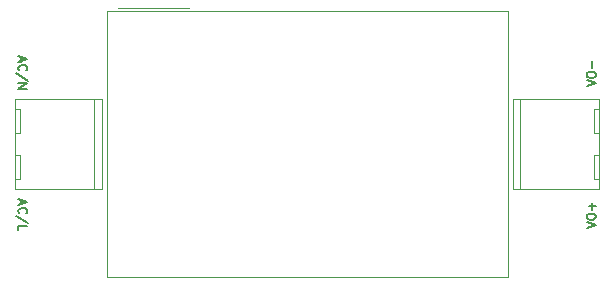
<source format=gbr>
%TF.GenerationSoftware,KiCad,Pcbnew,5.1.10*%
%TF.CreationDate,2021-05-04T11:12:31+02:00*%
%TF.ProjectId,AC-DC,41432d44-432e-46b6-9963-61645f706362,rev?*%
%TF.SameCoordinates,Original*%
%TF.FileFunction,Legend,Top*%
%TF.FilePolarity,Positive*%
%FSLAX46Y46*%
G04 Gerber Fmt 4.6, Leading zero omitted, Abs format (unit mm)*
G04 Created by KiCad (PCBNEW 5.1.10) date 2021-05-04 11:12:31*
%MOMM*%
%LPD*%
G01*
G04 APERTURE LIST*
%ADD10C,0.150000*%
%ADD11C,0.120000*%
G04 APERTURE END LIST*
D10*
X-24225000Y7339285D02*
X-24225000Y6982142D01*
X-24439285Y7410714D02*
X-23689285Y7160714D01*
X-24439285Y6910714D01*
X-24367857Y6232142D02*
X-24403571Y6267857D01*
X-24439285Y6375000D01*
X-24439285Y6446428D01*
X-24403571Y6553571D01*
X-24332142Y6625000D01*
X-24260714Y6660714D01*
X-24117857Y6696428D01*
X-24010714Y6696428D01*
X-23867857Y6660714D01*
X-23796428Y6625000D01*
X-23725000Y6553571D01*
X-23689285Y6446428D01*
X-23689285Y6375000D01*
X-23725000Y6267857D01*
X-23760714Y6232142D01*
X-23653571Y5375000D02*
X-24617857Y6017857D01*
X-24439285Y5125000D02*
X-23689285Y5125000D01*
X-24439285Y4696428D01*
X-23689285Y4696428D01*
X-24225000Y-4750000D02*
X-24225000Y-5107142D01*
X-24439285Y-4678571D02*
X-23689285Y-4928571D01*
X-24439285Y-5178571D01*
X-24367857Y-5857142D02*
X-24403571Y-5821428D01*
X-24439285Y-5714285D01*
X-24439285Y-5642857D01*
X-24403571Y-5535714D01*
X-24332142Y-5464285D01*
X-24260714Y-5428571D01*
X-24117857Y-5392857D01*
X-24010714Y-5392857D01*
X-23867857Y-5428571D01*
X-23796428Y-5464285D01*
X-23725000Y-5535714D01*
X-23689285Y-5642857D01*
X-23689285Y-5714285D01*
X-23725000Y-5821428D01*
X-23760714Y-5857142D01*
X-23653571Y-6714285D02*
X-24617857Y-6071428D01*
X-24439285Y-7321428D02*
X-24439285Y-6964285D01*
X-23689285Y-6964285D01*
X23689285Y4892857D02*
X24439285Y5142857D01*
X23689285Y5392857D01*
X23689285Y5785714D02*
X23689285Y5928571D01*
X23725000Y6000000D01*
X23796428Y6071428D01*
X23939285Y6107142D01*
X24189285Y6107142D01*
X24332142Y6071428D01*
X24403571Y6000000D01*
X24439285Y5928571D01*
X24439285Y5785714D01*
X24403571Y5714285D01*
X24332142Y5642857D01*
X24189285Y5607142D01*
X23939285Y5607142D01*
X23796428Y5642857D01*
X23725000Y5714285D01*
X23689285Y5785714D01*
X24153571Y6428571D02*
X24153571Y7000000D01*
X23689285Y-7107142D02*
X24439285Y-6857142D01*
X23689285Y-6607142D01*
X23689285Y-6214285D02*
X23689285Y-6071428D01*
X23725000Y-6000000D01*
X23796428Y-5928571D01*
X23939285Y-5892857D01*
X24189285Y-5892857D01*
X24332142Y-5928571D01*
X24403571Y-6000000D01*
X24439285Y-6071428D01*
X24439285Y-6214285D01*
X24403571Y-6285714D01*
X24332142Y-6357142D01*
X24189285Y-6392857D01*
X23939285Y-6392857D01*
X23796428Y-6357142D01*
X23725000Y-6285714D01*
X23689285Y-6214285D01*
X24153571Y-5571428D02*
X24153571Y-5000000D01*
X24439285Y-5285714D02*
X23867857Y-5285714D01*
D11*
%TO.C,PS1*%
X-16000000Y11550000D02*
X-10000000Y11550000D01*
X-16970000Y-11220000D02*
X16970000Y-11220000D01*
X-16970000Y11220000D02*
X16970000Y11220000D01*
X16970000Y11220000D02*
X16970000Y-11220000D01*
X-16970000Y-11220000D02*
X-16970000Y11220000D01*
%TO.C,J2*%
X24300000Y-900000D02*
X24700000Y-900000D01*
X24300000Y-2950000D02*
X24700000Y-2950000D01*
X24300000Y900000D02*
X24700000Y900000D01*
X24300000Y2950000D02*
X24700000Y2950000D01*
X24300000Y2950000D02*
X24300000Y900000D01*
X24300000Y-2950000D02*
X24300000Y-900000D01*
X18000000Y-3800000D02*
X18000000Y3800000D01*
X24700000Y-3810000D02*
X17400000Y-3810000D01*
X24700000Y3810000D02*
X24700000Y-3810000D01*
X24700000Y3810000D02*
X17400000Y3810000D01*
X17400000Y-3810000D02*
X17400000Y3810000D01*
%TO.C,J1*%
X-24300000Y900000D02*
X-24700000Y900000D01*
X-24300000Y2950000D02*
X-24700000Y2950000D01*
X-24300000Y-900000D02*
X-24700000Y-900000D01*
X-24300000Y-2950000D02*
X-24700000Y-2950000D01*
X-24300000Y-2950000D02*
X-24300000Y-900000D01*
X-24300000Y2950000D02*
X-24300000Y900000D01*
X-18000000Y3800000D02*
X-18000000Y-3800000D01*
X-24700000Y3810000D02*
X-17400000Y3810000D01*
X-24700000Y-3810000D02*
X-24700000Y3810000D01*
X-24700000Y-3810000D02*
X-17400000Y-3810000D01*
X-17400000Y3810000D02*
X-17400000Y-3810000D01*
%TD*%
M02*

</source>
